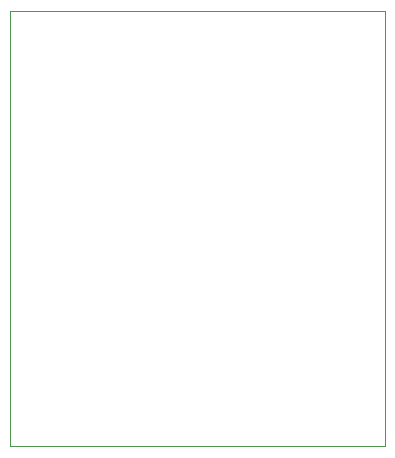
<source format=gbr>
%TF.GenerationSoftware,KiCad,Pcbnew,(6.0.8)*%
%TF.CreationDate,2024-10-31T16:59:06+09:00*%
%TF.ProjectId,MIRS2405_OVD_pcb,4d495253-3234-4303-955f-4f56445f7063,rev?*%
%TF.SameCoordinates,Original*%
%TF.FileFunction,Profile,NP*%
%FSLAX46Y46*%
G04 Gerber Fmt 4.6, Leading zero omitted, Abs format (unit mm)*
G04 Created by KiCad (PCBNEW (6.0.8)) date 2024-10-31 16:59:06*
%MOMM*%
%LPD*%
G01*
G04 APERTURE LIST*
%TA.AperFunction,Profile*%
%ADD10C,0.100000*%
%TD*%
G04 APERTURE END LIST*
D10*
X87630000Y-86360000D02*
X119380000Y-86360000D01*
X87630000Y-123190000D02*
X87630000Y-86360000D01*
X119380000Y-123190000D02*
X87630000Y-123190000D01*
X119380000Y-86360000D02*
X119380000Y-123190000D01*
M02*

</source>
